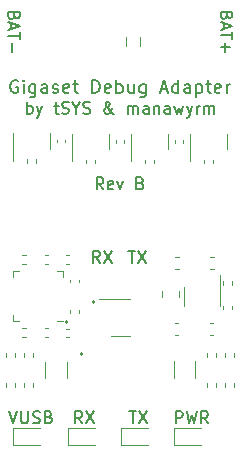
<source format=gbr>
%TF.GenerationSoftware,KiCad,Pcbnew,(6.0.9)*%
%TF.CreationDate,2022-12-23T14:19:27+01:00*%
%TF.ProjectId,Gigaset-Debug-Adapter,47696761-7365-4742-9d44-656275672d41,rev?*%
%TF.SameCoordinates,Original*%
%TF.FileFunction,Legend,Top*%
%TF.FilePolarity,Positive*%
%FSLAX46Y46*%
G04 Gerber Fmt 4.6, Leading zero omitted, Abs format (unit mm)*
G04 Created by KiCad (PCBNEW (6.0.9)) date 2022-12-23 14:19:27*
%MOMM*%
%LPD*%
G01*
G04 APERTURE LIST*
%ADD10C,0.175000*%
%ADD11C,0.150000*%
%ADD12C,0.200000*%
%ADD13C,0.120000*%
G04 APERTURE END LIST*
D10*
X78887500Y-69700000D02*
G75*
G03*
X78887500Y-69700000I-87500J0D01*
G01*
X76587500Y-71400000D02*
G75*
G03*
X76587500Y-71400000I-87500J0D01*
G01*
X77887500Y-74100000D02*
G75*
G03*
X77887500Y-74100000I-87500J0D01*
G01*
D11*
X77833333Y-79952380D02*
X77500000Y-79476190D01*
X77261904Y-79952380D02*
X77261904Y-78952380D01*
X77642857Y-78952380D01*
X77738095Y-79000000D01*
X77785714Y-79047619D01*
X77833333Y-79142857D01*
X77833333Y-79285714D01*
X77785714Y-79380952D01*
X77738095Y-79428571D01*
X77642857Y-79476190D01*
X77261904Y-79476190D01*
X78166666Y-78952380D02*
X78833333Y-79952380D01*
X78833333Y-78952380D02*
X78166666Y-79952380D01*
X81838095Y-78952380D02*
X82409523Y-78952380D01*
X82123809Y-79952380D02*
X82123809Y-78952380D01*
X82647619Y-78952380D02*
X83314285Y-79952380D01*
X83314285Y-78952380D02*
X82647619Y-79952380D01*
X73171428Y-53752380D02*
X73171428Y-52752380D01*
X73171428Y-53133333D02*
X73266666Y-53085714D01*
X73457142Y-53085714D01*
X73552380Y-53133333D01*
X73600000Y-53180952D01*
X73647619Y-53276190D01*
X73647619Y-53561904D01*
X73600000Y-53657142D01*
X73552380Y-53704761D01*
X73457142Y-53752380D01*
X73266666Y-53752380D01*
X73171428Y-53704761D01*
X73980952Y-53085714D02*
X74219047Y-53752380D01*
X74457142Y-53085714D02*
X74219047Y-53752380D01*
X74123809Y-53990476D01*
X74076190Y-54038095D01*
X73980952Y-54085714D01*
X75457142Y-53085714D02*
X75838095Y-53085714D01*
X75600000Y-52752380D02*
X75600000Y-53609523D01*
X75647619Y-53704761D01*
X75742857Y-53752380D01*
X75838095Y-53752380D01*
X76123809Y-53704761D02*
X76266666Y-53752380D01*
X76504761Y-53752380D01*
X76600000Y-53704761D01*
X76647619Y-53657142D01*
X76695238Y-53561904D01*
X76695238Y-53466666D01*
X76647619Y-53371428D01*
X76600000Y-53323809D01*
X76504761Y-53276190D01*
X76314285Y-53228571D01*
X76219047Y-53180952D01*
X76171428Y-53133333D01*
X76123809Y-53038095D01*
X76123809Y-52942857D01*
X76171428Y-52847619D01*
X76219047Y-52800000D01*
X76314285Y-52752380D01*
X76552380Y-52752380D01*
X76695238Y-52800000D01*
X77314285Y-53276190D02*
X77314285Y-53752380D01*
X76980952Y-52752380D02*
X77314285Y-53276190D01*
X77647619Y-52752380D01*
X77933333Y-53704761D02*
X78076190Y-53752380D01*
X78314285Y-53752380D01*
X78409523Y-53704761D01*
X78457142Y-53657142D01*
X78504761Y-53561904D01*
X78504761Y-53466666D01*
X78457142Y-53371428D01*
X78409523Y-53323809D01*
X78314285Y-53276190D01*
X78123809Y-53228571D01*
X78028571Y-53180952D01*
X77980952Y-53133333D01*
X77933333Y-53038095D01*
X77933333Y-52942857D01*
X77980952Y-52847619D01*
X78028571Y-52800000D01*
X78123809Y-52752380D01*
X78361904Y-52752380D01*
X78504761Y-52800000D01*
X80504761Y-53752380D02*
X80457142Y-53752380D01*
X80361904Y-53704761D01*
X80219047Y-53561904D01*
X79980952Y-53276190D01*
X79885714Y-53133333D01*
X79838095Y-52990476D01*
X79838095Y-52895238D01*
X79885714Y-52800000D01*
X79980952Y-52752380D01*
X80028571Y-52752380D01*
X80123809Y-52800000D01*
X80171428Y-52895238D01*
X80171428Y-52942857D01*
X80123809Y-53038095D01*
X80076190Y-53085714D01*
X79790476Y-53276190D01*
X79742857Y-53323809D01*
X79695238Y-53419047D01*
X79695238Y-53561904D01*
X79742857Y-53657142D01*
X79790476Y-53704761D01*
X79885714Y-53752380D01*
X80028571Y-53752380D01*
X80123809Y-53704761D01*
X80171428Y-53657142D01*
X80314285Y-53466666D01*
X80361904Y-53323809D01*
X80361904Y-53228571D01*
X81695238Y-53752380D02*
X81695238Y-53085714D01*
X81695238Y-53180952D02*
X81742857Y-53133333D01*
X81838095Y-53085714D01*
X81980952Y-53085714D01*
X82076190Y-53133333D01*
X82123809Y-53228571D01*
X82123809Y-53752380D01*
X82123809Y-53228571D02*
X82171428Y-53133333D01*
X82266666Y-53085714D01*
X82409523Y-53085714D01*
X82504761Y-53133333D01*
X82552380Y-53228571D01*
X82552380Y-53752380D01*
X83457142Y-53752380D02*
X83457142Y-53228571D01*
X83409523Y-53133333D01*
X83314285Y-53085714D01*
X83123809Y-53085714D01*
X83028571Y-53133333D01*
X83457142Y-53704761D02*
X83361904Y-53752380D01*
X83123809Y-53752380D01*
X83028571Y-53704761D01*
X82980952Y-53609523D01*
X82980952Y-53514285D01*
X83028571Y-53419047D01*
X83123809Y-53371428D01*
X83361904Y-53371428D01*
X83457142Y-53323809D01*
X83933333Y-53085714D02*
X83933333Y-53752380D01*
X83933333Y-53180952D02*
X83980952Y-53133333D01*
X84076190Y-53085714D01*
X84219047Y-53085714D01*
X84314285Y-53133333D01*
X84361904Y-53228571D01*
X84361904Y-53752380D01*
X85266666Y-53752380D02*
X85266666Y-53228571D01*
X85219047Y-53133333D01*
X85123809Y-53085714D01*
X84933333Y-53085714D01*
X84838095Y-53133333D01*
X85266666Y-53704761D02*
X85171428Y-53752380D01*
X84933333Y-53752380D01*
X84838095Y-53704761D01*
X84790476Y-53609523D01*
X84790476Y-53514285D01*
X84838095Y-53419047D01*
X84933333Y-53371428D01*
X85171428Y-53371428D01*
X85266666Y-53323809D01*
X85647619Y-53085714D02*
X85838095Y-53752380D01*
X86028571Y-53276190D01*
X86219047Y-53752380D01*
X86409523Y-53085714D01*
X86695238Y-53085714D02*
X86933333Y-53752380D01*
X87171428Y-53085714D02*
X86933333Y-53752380D01*
X86838095Y-53990476D01*
X86790476Y-54038095D01*
X86695238Y-54085714D01*
X87552380Y-53752380D02*
X87552380Y-53085714D01*
X87552380Y-53276190D02*
X87600000Y-53180952D01*
X87647619Y-53133333D01*
X87742857Y-53085714D01*
X87838095Y-53085714D01*
X88171428Y-53752380D02*
X88171428Y-53085714D01*
X88171428Y-53180952D02*
X88219047Y-53133333D01*
X88314285Y-53085714D01*
X88457142Y-53085714D01*
X88552380Y-53133333D01*
X88600000Y-53228571D01*
X88600000Y-53752380D01*
X88600000Y-53228571D02*
X88647619Y-53133333D01*
X88742857Y-53085714D01*
X88885714Y-53085714D01*
X88980952Y-53133333D01*
X89028571Y-53228571D01*
X89028571Y-53752380D01*
X85766666Y-79952380D02*
X85766666Y-78952380D01*
X86147619Y-78952380D01*
X86242857Y-79000000D01*
X86290476Y-79047619D01*
X86338095Y-79142857D01*
X86338095Y-79285714D01*
X86290476Y-79380952D01*
X86242857Y-79428571D01*
X86147619Y-79476190D01*
X85766666Y-79476190D01*
X86671428Y-78952380D02*
X86909523Y-79952380D01*
X87100000Y-79238095D01*
X87290476Y-79952380D01*
X87528571Y-78952380D01*
X88480952Y-79952380D02*
X88147619Y-79476190D01*
X87909523Y-79952380D02*
X87909523Y-78952380D01*
X88290476Y-78952380D01*
X88385714Y-79000000D01*
X88433333Y-79047619D01*
X88480952Y-79142857D01*
X88480952Y-79285714D01*
X88433333Y-79380952D01*
X88385714Y-79428571D01*
X88290476Y-79476190D01*
X87909523Y-79476190D01*
X71666666Y-78952380D02*
X72000000Y-79952380D01*
X72333333Y-78952380D01*
X72666666Y-78952380D02*
X72666666Y-79761904D01*
X72714285Y-79857142D01*
X72761904Y-79904761D01*
X72857142Y-79952380D01*
X73047619Y-79952380D01*
X73142857Y-79904761D01*
X73190476Y-79857142D01*
X73238095Y-79761904D01*
X73238095Y-78952380D01*
X73666666Y-79904761D02*
X73809523Y-79952380D01*
X74047619Y-79952380D01*
X74142857Y-79904761D01*
X74190476Y-79857142D01*
X74238095Y-79761904D01*
X74238095Y-79666666D01*
X74190476Y-79571428D01*
X74142857Y-79523809D01*
X74047619Y-79476190D01*
X73857142Y-79428571D01*
X73761904Y-79380952D01*
X73714285Y-79333333D01*
X73666666Y-79238095D01*
X73666666Y-79142857D01*
X73714285Y-79047619D01*
X73761904Y-79000000D01*
X73857142Y-78952380D01*
X74095238Y-78952380D01*
X74238095Y-79000000D01*
X75000000Y-79428571D02*
X75142857Y-79476190D01*
X75190476Y-79523809D01*
X75238095Y-79619047D01*
X75238095Y-79761904D01*
X75190476Y-79857142D01*
X75142857Y-79904761D01*
X75047619Y-79952380D01*
X74666666Y-79952380D01*
X74666666Y-78952380D01*
X75000000Y-78952380D01*
X75095238Y-79000000D01*
X75142857Y-79047619D01*
X75190476Y-79142857D01*
X75190476Y-79238095D01*
X75142857Y-79333333D01*
X75095238Y-79380952D01*
X75000000Y-79428571D01*
X74666666Y-79428571D01*
D12*
X72357142Y-50950000D02*
X72252380Y-50897619D01*
X72095238Y-50897619D01*
X71938095Y-50950000D01*
X71833333Y-51054761D01*
X71780952Y-51159523D01*
X71728571Y-51369047D01*
X71728571Y-51526190D01*
X71780952Y-51735714D01*
X71833333Y-51840476D01*
X71938095Y-51945238D01*
X72095238Y-51997619D01*
X72200000Y-51997619D01*
X72357142Y-51945238D01*
X72409523Y-51892857D01*
X72409523Y-51526190D01*
X72200000Y-51526190D01*
X72880952Y-51997619D02*
X72880952Y-51264285D01*
X72880952Y-50897619D02*
X72828571Y-50950000D01*
X72880952Y-51002380D01*
X72933333Y-50950000D01*
X72880952Y-50897619D01*
X72880952Y-51002380D01*
X73876190Y-51264285D02*
X73876190Y-52154761D01*
X73823809Y-52259523D01*
X73771428Y-52311904D01*
X73666666Y-52364285D01*
X73509523Y-52364285D01*
X73404761Y-52311904D01*
X73876190Y-51945238D02*
X73771428Y-51997619D01*
X73561904Y-51997619D01*
X73457142Y-51945238D01*
X73404761Y-51892857D01*
X73352380Y-51788095D01*
X73352380Y-51473809D01*
X73404761Y-51369047D01*
X73457142Y-51316666D01*
X73561904Y-51264285D01*
X73771428Y-51264285D01*
X73876190Y-51316666D01*
X74871428Y-51997619D02*
X74871428Y-51421428D01*
X74819047Y-51316666D01*
X74714285Y-51264285D01*
X74504761Y-51264285D01*
X74400000Y-51316666D01*
X74871428Y-51945238D02*
X74766666Y-51997619D01*
X74504761Y-51997619D01*
X74400000Y-51945238D01*
X74347619Y-51840476D01*
X74347619Y-51735714D01*
X74400000Y-51630952D01*
X74504761Y-51578571D01*
X74766666Y-51578571D01*
X74871428Y-51526190D01*
X75342857Y-51945238D02*
X75447619Y-51997619D01*
X75657142Y-51997619D01*
X75761904Y-51945238D01*
X75814285Y-51840476D01*
X75814285Y-51788095D01*
X75761904Y-51683333D01*
X75657142Y-51630952D01*
X75500000Y-51630952D01*
X75395238Y-51578571D01*
X75342857Y-51473809D01*
X75342857Y-51421428D01*
X75395238Y-51316666D01*
X75500000Y-51264285D01*
X75657142Y-51264285D01*
X75761904Y-51316666D01*
X76704761Y-51945238D02*
X76600000Y-51997619D01*
X76390476Y-51997619D01*
X76285714Y-51945238D01*
X76233333Y-51840476D01*
X76233333Y-51421428D01*
X76285714Y-51316666D01*
X76390476Y-51264285D01*
X76600000Y-51264285D01*
X76704761Y-51316666D01*
X76757142Y-51421428D01*
X76757142Y-51526190D01*
X76233333Y-51630952D01*
X77071428Y-51264285D02*
X77490476Y-51264285D01*
X77228571Y-50897619D02*
X77228571Y-51840476D01*
X77280952Y-51945238D01*
X77385714Y-51997619D01*
X77490476Y-51997619D01*
X78695238Y-51997619D02*
X78695238Y-50897619D01*
X78957142Y-50897619D01*
X79114285Y-50950000D01*
X79219047Y-51054761D01*
X79271428Y-51159523D01*
X79323809Y-51369047D01*
X79323809Y-51526190D01*
X79271428Y-51735714D01*
X79219047Y-51840476D01*
X79114285Y-51945238D01*
X78957142Y-51997619D01*
X78695238Y-51997619D01*
X80214285Y-51945238D02*
X80109523Y-51997619D01*
X79900000Y-51997619D01*
X79795238Y-51945238D01*
X79742857Y-51840476D01*
X79742857Y-51421428D01*
X79795238Y-51316666D01*
X79900000Y-51264285D01*
X80109523Y-51264285D01*
X80214285Y-51316666D01*
X80266666Y-51421428D01*
X80266666Y-51526190D01*
X79742857Y-51630952D01*
X80738095Y-51997619D02*
X80738095Y-50897619D01*
X80738095Y-51316666D02*
X80842857Y-51264285D01*
X81052380Y-51264285D01*
X81157142Y-51316666D01*
X81209523Y-51369047D01*
X81261904Y-51473809D01*
X81261904Y-51788095D01*
X81209523Y-51892857D01*
X81157142Y-51945238D01*
X81052380Y-51997619D01*
X80842857Y-51997619D01*
X80738095Y-51945238D01*
X82204761Y-51264285D02*
X82204761Y-51997619D01*
X81733333Y-51264285D02*
X81733333Y-51840476D01*
X81785714Y-51945238D01*
X81890476Y-51997619D01*
X82047619Y-51997619D01*
X82152380Y-51945238D01*
X82204761Y-51892857D01*
X83200000Y-51264285D02*
X83200000Y-52154761D01*
X83147619Y-52259523D01*
X83095238Y-52311904D01*
X82990476Y-52364285D01*
X82833333Y-52364285D01*
X82728571Y-52311904D01*
X83200000Y-51945238D02*
X83095238Y-51997619D01*
X82885714Y-51997619D01*
X82780952Y-51945238D01*
X82728571Y-51892857D01*
X82676190Y-51788095D01*
X82676190Y-51473809D01*
X82728571Y-51369047D01*
X82780952Y-51316666D01*
X82885714Y-51264285D01*
X83095238Y-51264285D01*
X83200000Y-51316666D01*
X84509523Y-51683333D02*
X85033333Y-51683333D01*
X84404761Y-51997619D02*
X84771428Y-50897619D01*
X85138095Y-51997619D01*
X85976190Y-51997619D02*
X85976190Y-50897619D01*
X85976190Y-51945238D02*
X85871428Y-51997619D01*
X85661904Y-51997619D01*
X85557142Y-51945238D01*
X85504761Y-51892857D01*
X85452380Y-51788095D01*
X85452380Y-51473809D01*
X85504761Y-51369047D01*
X85557142Y-51316666D01*
X85661904Y-51264285D01*
X85871428Y-51264285D01*
X85976190Y-51316666D01*
X86971428Y-51997619D02*
X86971428Y-51421428D01*
X86919047Y-51316666D01*
X86814285Y-51264285D01*
X86604761Y-51264285D01*
X86500000Y-51316666D01*
X86971428Y-51945238D02*
X86866666Y-51997619D01*
X86604761Y-51997619D01*
X86500000Y-51945238D01*
X86447619Y-51840476D01*
X86447619Y-51735714D01*
X86500000Y-51630952D01*
X86604761Y-51578571D01*
X86866666Y-51578571D01*
X86971428Y-51526190D01*
X87495238Y-51264285D02*
X87495238Y-52364285D01*
X87495238Y-51316666D02*
X87600000Y-51264285D01*
X87809523Y-51264285D01*
X87914285Y-51316666D01*
X87966666Y-51369047D01*
X88019047Y-51473809D01*
X88019047Y-51788095D01*
X87966666Y-51892857D01*
X87914285Y-51945238D01*
X87809523Y-51997619D01*
X87600000Y-51997619D01*
X87495238Y-51945238D01*
X88333333Y-51264285D02*
X88752380Y-51264285D01*
X88490476Y-50897619D02*
X88490476Y-51840476D01*
X88542857Y-51945238D01*
X88647619Y-51997619D01*
X88752380Y-51997619D01*
X89538095Y-51945238D02*
X89433333Y-51997619D01*
X89223809Y-51997619D01*
X89119047Y-51945238D01*
X89066666Y-51840476D01*
X89066666Y-51421428D01*
X89119047Y-51316666D01*
X89223809Y-51264285D01*
X89433333Y-51264285D01*
X89538095Y-51316666D01*
X89590476Y-51421428D01*
X89590476Y-51526190D01*
X89066666Y-51630952D01*
X90061904Y-51997619D02*
X90061904Y-51264285D01*
X90061904Y-51473809D02*
X90114285Y-51369047D01*
X90166666Y-51316666D01*
X90271428Y-51264285D01*
X90376190Y-51264285D01*
D11*
X79619047Y-60152380D02*
X79285714Y-59676190D01*
X79047619Y-60152380D02*
X79047619Y-59152380D01*
X79428571Y-59152380D01*
X79523809Y-59200000D01*
X79571428Y-59247619D01*
X79619047Y-59342857D01*
X79619047Y-59485714D01*
X79571428Y-59580952D01*
X79523809Y-59628571D01*
X79428571Y-59676190D01*
X79047619Y-59676190D01*
X80428571Y-60104761D02*
X80333333Y-60152380D01*
X80142857Y-60152380D01*
X80047619Y-60104761D01*
X80000000Y-60009523D01*
X80000000Y-59628571D01*
X80047619Y-59533333D01*
X80142857Y-59485714D01*
X80333333Y-59485714D01*
X80428571Y-59533333D01*
X80476190Y-59628571D01*
X80476190Y-59723809D01*
X80000000Y-59819047D01*
X80809523Y-59485714D02*
X81047619Y-60152380D01*
X81285714Y-59485714D01*
X82761904Y-59628571D02*
X82904761Y-59676190D01*
X82952380Y-59723809D01*
X83000000Y-59819047D01*
X83000000Y-59961904D01*
X82952380Y-60057142D01*
X82904761Y-60104761D01*
X82809523Y-60152380D01*
X82428571Y-60152380D01*
X82428571Y-59152380D01*
X82761904Y-59152380D01*
X82857142Y-59200000D01*
X82904761Y-59247619D01*
X82952380Y-59342857D01*
X82952380Y-59438095D01*
X82904761Y-59533333D01*
X82857142Y-59580952D01*
X82761904Y-59628571D01*
X82428571Y-59628571D01*
X79333333Y-66352380D02*
X79000000Y-65876190D01*
X78761904Y-66352380D02*
X78761904Y-65352380D01*
X79142857Y-65352380D01*
X79238095Y-65400000D01*
X79285714Y-65447619D01*
X79333333Y-65542857D01*
X79333333Y-65685714D01*
X79285714Y-65780952D01*
X79238095Y-65828571D01*
X79142857Y-65876190D01*
X78761904Y-65876190D01*
X79666666Y-65352380D02*
X80333333Y-66352380D01*
X80333333Y-65352380D02*
X79666666Y-66352380D01*
X81738095Y-65352380D02*
X82309523Y-65352380D01*
X82023809Y-66352380D02*
X82023809Y-65352380D01*
X82547619Y-65352380D02*
X83214285Y-66352380D01*
X83214285Y-65352380D02*
X82547619Y-66352380D01*
%TO.C,TP3*%
X90071428Y-45452857D02*
X90023809Y-45595714D01*
X89976190Y-45643333D01*
X89880952Y-45690952D01*
X89738095Y-45690952D01*
X89642857Y-45643333D01*
X89595238Y-45595714D01*
X89547619Y-45500476D01*
X89547619Y-45119523D01*
X90547619Y-45119523D01*
X90547619Y-45452857D01*
X90500000Y-45548095D01*
X90452380Y-45595714D01*
X90357142Y-45643333D01*
X90261904Y-45643333D01*
X90166666Y-45595714D01*
X90119047Y-45548095D01*
X90071428Y-45452857D01*
X90071428Y-45119523D01*
X89833333Y-46071904D02*
X89833333Y-46548095D01*
X89547619Y-45976666D02*
X90547619Y-46310000D01*
X89547619Y-46643333D01*
X90547619Y-46833809D02*
X90547619Y-47405238D01*
X89547619Y-47119523D02*
X90547619Y-47119523D01*
X89928571Y-47738571D02*
X89928571Y-48500476D01*
X89547619Y-48119523D02*
X90309523Y-48119523D01*
%TO.C,TP4*%
X72071428Y-45467857D02*
X72023809Y-45610714D01*
X71976190Y-45658333D01*
X71880952Y-45705952D01*
X71738095Y-45705952D01*
X71642857Y-45658333D01*
X71595238Y-45610714D01*
X71547619Y-45515476D01*
X71547619Y-45134523D01*
X72547619Y-45134523D01*
X72547619Y-45467857D01*
X72500000Y-45563095D01*
X72452380Y-45610714D01*
X72357142Y-45658333D01*
X72261904Y-45658333D01*
X72166666Y-45610714D01*
X72119047Y-45563095D01*
X72071428Y-45467857D01*
X72071428Y-45134523D01*
X71833333Y-46086904D02*
X71833333Y-46563095D01*
X71547619Y-45991666D02*
X72547619Y-46325000D01*
X71547619Y-46658333D01*
X72547619Y-46848809D02*
X72547619Y-47420238D01*
X71547619Y-47134523D02*
X72547619Y-47134523D01*
X71928571Y-47753571D02*
X71928571Y-48515476D01*
D13*
%TO.C,U1*%
X72465000Y-71310000D02*
X71990000Y-71310000D01*
X75735000Y-67090000D02*
X76210000Y-67090000D01*
X76210000Y-67090000D02*
X76210000Y-67565000D01*
X71990000Y-71310000D02*
X71990000Y-70835000D01*
X72465000Y-67090000D02*
X71990000Y-67090000D01*
X71990000Y-67090000D02*
X71990000Y-67565000D01*
X75735000Y-71310000D02*
X76210000Y-71310000D01*
%TO.C,U3*%
X86420000Y-69210000D02*
X86420000Y-70010000D01*
X89540000Y-69210000D02*
X89540000Y-67410000D01*
X86420000Y-69210000D02*
X86420000Y-68410000D01*
X89540000Y-69210000D02*
X89540000Y-70010000D01*
%TO.C,C7*%
X85699420Y-71480000D02*
X85980580Y-71480000D01*
X85699420Y-72500000D02*
X85980580Y-72500000D01*
%TO.C,R4*%
X89180000Y-74353641D02*
X89180000Y-74046359D01*
X88420000Y-74353641D02*
X88420000Y-74046359D01*
%TO.C,C2*%
X76840000Y-70392164D02*
X76840000Y-70607836D01*
X77560000Y-70392164D02*
X77560000Y-70607836D01*
%TO.C,R2*%
X72920000Y-74046359D02*
X72920000Y-74353641D01*
X73680000Y-74046359D02*
X73680000Y-74353641D01*
%TO.C,FB1*%
X82700000Y-47260378D02*
X82700000Y-48059622D01*
X81580000Y-47260378D02*
X81580000Y-48059622D01*
%TO.C,C9*%
X85690000Y-56207836D02*
X85690000Y-55992164D01*
X86410000Y-56207836D02*
X86410000Y-55992164D01*
%TO.C,C6*%
X76492164Y-66460000D02*
X76707836Y-66460000D01*
X76492164Y-65740000D02*
X76707836Y-65740000D01*
%TO.C,C8*%
X88930580Y-71490000D02*
X88649420Y-71490000D01*
X88930580Y-72510000D02*
X88649420Y-72510000D01*
%TO.C,D1*%
X72015000Y-80365000D02*
X72015000Y-81835000D01*
X72015000Y-81835000D02*
X74300000Y-81835000D01*
X74300000Y-80365000D02*
X72015000Y-80365000D01*
%TO.C,R3*%
X72180000Y-74353641D02*
X72180000Y-74046359D01*
X71420000Y-74353641D02*
X71420000Y-74046359D01*
%TO.C,C4*%
X77560000Y-67792164D02*
X77560000Y-68007836D01*
X76840000Y-67792164D02*
X76840000Y-68007836D01*
%TO.C,Q3*%
X75110000Y-56062500D02*
X75110000Y-55412500D01*
X71990000Y-56062500D02*
X71990000Y-55412500D01*
X71990000Y-56062500D02*
X71990000Y-57737500D01*
X75110000Y-56062500D02*
X75110000Y-56712500D01*
%TO.C,R12*%
X72920000Y-76853641D02*
X72920000Y-76546359D01*
X73680000Y-76853641D02*
X73680000Y-76546359D01*
%TO.C,U4*%
X76990000Y-56100000D02*
X76990000Y-57775000D01*
X80110000Y-56100000D02*
X80110000Y-56750000D01*
X80110000Y-56100000D02*
X80110000Y-55450000D01*
X76990000Y-56100000D02*
X76990000Y-55450000D01*
%TO.C,R8*%
X74646359Y-72680000D02*
X74953641Y-72680000D01*
X74646359Y-71920000D02*
X74953641Y-71920000D01*
%TO.C,R7*%
X71420000Y-76853641D02*
X71420000Y-76546359D01*
X72180000Y-76853641D02*
X72180000Y-76546359D01*
%TO.C,C13*%
X80690000Y-55992164D02*
X80690000Y-56207836D01*
X81410000Y-55992164D02*
X81410000Y-56207836D01*
%TO.C,D3*%
X78900000Y-80365000D02*
X76615000Y-80365000D01*
X76615000Y-80365000D02*
X76615000Y-81835000D01*
X76615000Y-81835000D02*
X78900000Y-81835000D01*
%TO.C,D2*%
X81115000Y-80365000D02*
X81115000Y-81835000D01*
X83400000Y-80365000D02*
X81115000Y-80365000D01*
X81115000Y-81835000D02*
X83400000Y-81835000D01*
%TO.C,U2*%
X81042000Y-72560000D02*
X81842000Y-72560000D01*
X81042000Y-72560000D02*
X80242000Y-72560000D01*
X81042000Y-69440000D02*
X81842000Y-69440000D01*
X81042000Y-69440000D02*
X79242000Y-69440000D01*
%TO.C,C5*%
X76707836Y-72660000D02*
X76492164Y-72660000D01*
X76707836Y-71940000D02*
X76492164Y-71940000D01*
%TO.C,R1*%
X85590000Y-76156724D02*
X85590000Y-74702596D01*
X87410000Y-76156724D02*
X87410000Y-74702596D01*
%TO.C,C10*%
X85990580Y-66940000D02*
X85709420Y-66940000D01*
X85990580Y-65920000D02*
X85709420Y-65920000D01*
%TO.C,R14*%
X73053641Y-71920000D02*
X72746359Y-71920000D01*
X73053641Y-72680000D02*
X72746359Y-72680000D01*
%TO.C,R10*%
X83170000Y-57646359D02*
X83170000Y-57953641D01*
X83930000Y-57646359D02*
X83930000Y-57953641D01*
%TO.C,R6*%
X73053641Y-66480000D02*
X72746359Y-66480000D01*
X73053641Y-65720000D02*
X72746359Y-65720000D01*
%TO.C,R17*%
X89770000Y-67936360D02*
X89770000Y-68243642D01*
X90530000Y-67936360D02*
X90530000Y-68243642D01*
%TO.C,Q2*%
X90110000Y-56100000D02*
X90110000Y-55450000D01*
X86990000Y-56100000D02*
X86990000Y-55450000D01*
X86990000Y-56100000D02*
X86990000Y-57775000D01*
X90110000Y-56100000D02*
X90110000Y-56750000D01*
%TO.C,R15*%
X89920000Y-76853641D02*
X89920000Y-76546359D01*
X90680000Y-76853641D02*
X90680000Y-76546359D01*
%TO.C,C3*%
X74907836Y-66460000D02*
X74692164Y-66460000D01*
X74907836Y-65740000D02*
X74692164Y-65740000D01*
%TO.C,L1*%
X86030000Y-69261252D02*
X86030000Y-68738748D01*
X84610000Y-69261252D02*
X84610000Y-68738748D01*
%TO.C,R13*%
X88170000Y-57646359D02*
X88170000Y-57953641D01*
X88930000Y-57646359D02*
X88930000Y-57953641D01*
%TO.C,R5*%
X89920000Y-74046359D02*
X89920000Y-74353641D01*
X90680000Y-74046359D02*
X90680000Y-74353641D01*
%TO.C,R16*%
X73930000Y-57596359D02*
X73930000Y-57903641D01*
X73170000Y-57596359D02*
X73170000Y-57903641D01*
%TO.C,C11*%
X75690000Y-56157836D02*
X75690000Y-55942164D01*
X76410000Y-56157836D02*
X76410000Y-55942164D01*
%TO.C,R9*%
X78170000Y-57646359D02*
X78170000Y-57953641D01*
X78930000Y-57646359D02*
X78930000Y-57953641D01*
%TO.C,C1*%
X74690000Y-76160912D02*
X74690000Y-74738408D01*
X76510000Y-76160912D02*
X76510000Y-74738408D01*
%TO.C,R18*%
X90530000Y-70301699D02*
X90530000Y-69994417D01*
X89770000Y-70301699D02*
X89770000Y-69994417D01*
%TO.C,Q1*%
X81990000Y-56100000D02*
X81990000Y-57775000D01*
X85110000Y-56100000D02*
X85110000Y-56750000D01*
X85110000Y-56100000D02*
X85110000Y-55450000D01*
X81990000Y-56100000D02*
X81990000Y-55450000D01*
%TO.C,D4*%
X85615000Y-81835000D02*
X87900000Y-81835000D01*
X85615000Y-80365000D02*
X85615000Y-81835000D01*
X87900000Y-80365000D02*
X85615000Y-80365000D01*
%TO.C,R11*%
X88420000Y-76853641D02*
X88420000Y-76546359D01*
X89180000Y-76853641D02*
X89180000Y-76546359D01*
%TO.C,C12*%
X88679420Y-66940000D02*
X88960580Y-66940000D01*
X88679420Y-65920000D02*
X88960580Y-65920000D01*
%TD*%
M02*

</source>
